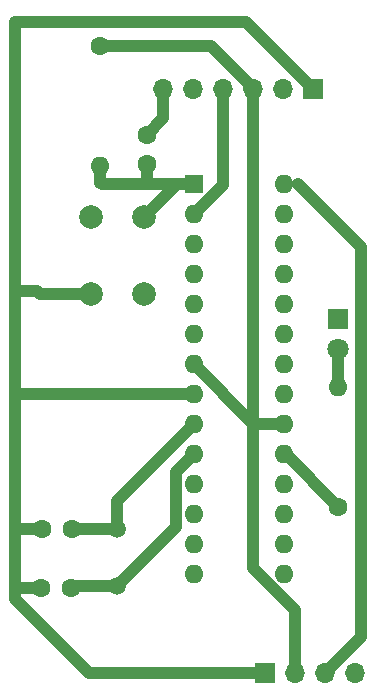
<source format=gbr>
%TF.GenerationSoftware,KiCad,Pcbnew,8.0.6-8.0.6-0~ubuntu22.04.1*%
%TF.CreationDate,2024-11-25T01:07:46+09:00*%
%TF.ProjectId,Cduino,43647569-6e6f-42e6-9b69-6361645f7063,rev?*%
%TF.SameCoordinates,Original*%
%TF.FileFunction,Copper,L1,Top*%
%TF.FilePolarity,Positive*%
%FSLAX46Y46*%
G04 Gerber Fmt 4.6, Leading zero omitted, Abs format (unit mm)*
G04 Created by KiCad (PCBNEW 8.0.6-8.0.6-0~ubuntu22.04.1) date 2024-11-25 01:07:46*
%MOMM*%
%LPD*%
G01*
G04 APERTURE LIST*
%TA.AperFunction,ComponentPad*%
%ADD10R,1.700000X1.700000*%
%TD*%
%TA.AperFunction,ComponentPad*%
%ADD11O,1.700000X1.700000*%
%TD*%
%TA.AperFunction,ComponentPad*%
%ADD12C,2.000000*%
%TD*%
%TA.AperFunction,ComponentPad*%
%ADD13C,1.600000*%
%TD*%
%TA.AperFunction,ComponentPad*%
%ADD14C,1.500000*%
%TD*%
%TA.AperFunction,ComponentPad*%
%ADD15O,1.600000X1.600000*%
%TD*%
%TA.AperFunction,ComponentPad*%
%ADD16R,1.800000X1.800000*%
%TD*%
%TA.AperFunction,ComponentPad*%
%ADD17C,1.800000*%
%TD*%
%TA.AperFunction,ComponentPad*%
%ADD18R,1.600000X1.600000*%
%TD*%
%TA.AperFunction,Conductor*%
%ADD19C,1.000000*%
%TD*%
%TA.AperFunction,Conductor*%
%ADD20C,0.200000*%
%TD*%
G04 APERTURE END LIST*
D10*
%TO.P,J1,1,Pin_1*%
%TO.N,GND*%
X140240000Y-54950000D03*
D11*
%TO.P,J1,2,Pin_2*%
%TO.N,unconnected-(J1-Pin_2-Pad2)*%
X137700000Y-54950000D03*
%TO.P,J1,3,Pin_3*%
%TO.N,VCC*%
X135160000Y-54950000D03*
%TO.P,J1,4,Pin_4*%
%TO.N,Net-(J1-Pin_4)*%
X132620000Y-54950000D03*
%TO.P,J1,5,Pin_5*%
%TO.N,Net-(J1-Pin_5)*%
X130080000Y-54950000D03*
%TO.P,J1,6,Pin_6*%
%TO.N,Net-(J1-Pin_6)*%
X127540000Y-54950000D03*
%TD*%
D12*
%TO.P,SW1,1,1*%
%TO.N,Net-(U1-~{RESET}{slash}PC6)*%
X125950000Y-65800000D03*
X125950000Y-72300000D03*
%TO.P,SW1,2,2*%
%TO.N,GND*%
X121450000Y-65800000D03*
X121450000Y-72300000D03*
%TD*%
D13*
%TO.P,C1,1*%
%TO.N,Net-(U1-~{RESET}{slash}PC6)*%
X126150000Y-61300000D03*
%TO.P,C1,2*%
%TO.N,Net-(J1-Pin_6)*%
X126150000Y-58800000D03*
%TD*%
%TO.P,C3,1*%
%TO.N,Net-(U1-XTAL1{slash}PB6)*%
X119800000Y-92200000D03*
%TO.P,C3,2*%
%TO.N,GND*%
X117300000Y-92200000D03*
%TD*%
D14*
%TO.P,Y1,1,1*%
%TO.N,Net-(U1-XTAL1{slash}PB6)*%
X123650000Y-92150000D03*
%TO.P,Y1,2,2*%
%TO.N,Net-(U1-XTAL2{slash}PB7)*%
X123650000Y-97050000D03*
%TD*%
D13*
%TO.P,R1,1*%
%TO.N,VCC*%
X122250000Y-51270000D03*
D15*
%TO.P,R1,2*%
%TO.N,Net-(U1-~{RESET}{slash}PC6)*%
X122250000Y-61430000D03*
%TD*%
D13*
%TO.P,R2,1*%
%TO.N,Net-(U1-PB5)*%
X142400000Y-90280000D03*
D15*
%TO.P,R2,2*%
%TO.N,Net-(D1-A)*%
X142400000Y-80120000D03*
%TD*%
D13*
%TO.P,C2,1*%
%TO.N,Net-(U1-XTAL2{slash}PB7)*%
X119750000Y-97200000D03*
%TO.P,C2,2*%
%TO.N,GND*%
X117250000Y-97200000D03*
%TD*%
D16*
%TO.P,D1,1,K*%
%TO.N,GND*%
X142400000Y-74425000D03*
D17*
%TO.P,D1,2,A*%
%TO.N,Net-(D1-A)*%
X142400000Y-76965000D03*
%TD*%
D18*
%TO.P,U1,1,~{RESET}/PC6*%
%TO.N,Net-(U1-~{RESET}{slash}PC6)*%
X130170000Y-63000000D03*
D15*
%TO.P,U1,2,PD0*%
%TO.N,Net-(J1-Pin_4)*%
X130170000Y-65540000D03*
%TO.P,U1,3,PD1*%
%TO.N,Net-(J1-Pin_5)*%
X130170000Y-68080000D03*
%TO.P,U1,4,PD2*%
%TO.N,unconnected-(U1-PD2-Pad4)*%
X130170000Y-70620000D03*
%TO.P,U1,5,PD3*%
%TO.N,unconnected-(U1-PD3-Pad5)*%
X130170000Y-73160000D03*
%TO.P,U1,6,PD4*%
%TO.N,unconnected-(U1-PD4-Pad6)*%
X130170000Y-75700000D03*
%TO.P,U1,7,VCC*%
%TO.N,VCC*%
X130170000Y-78240000D03*
%TO.P,U1,8,GND*%
%TO.N,GND*%
X130170000Y-80780000D03*
%TO.P,U1,9,XTAL1/PB6*%
%TO.N,Net-(U1-XTAL1{slash}PB6)*%
X130170000Y-83320000D03*
%TO.P,U1,10,XTAL2/PB7*%
%TO.N,Net-(U1-XTAL2{slash}PB7)*%
X130170000Y-85860000D03*
%TO.P,U1,11,PD5*%
%TO.N,unconnected-(U1-PD5-Pad11)*%
X130170000Y-88400000D03*
%TO.P,U1,12,PD6*%
%TO.N,unconnected-(U1-PD6-Pad12)*%
X130170000Y-90940000D03*
%TO.P,U1,13,PD7*%
%TO.N,unconnected-(U1-PD7-Pad13)*%
X130170000Y-93480000D03*
%TO.P,U1,14,PB0*%
%TO.N,unconnected-(U1-PB0-Pad14)*%
X130170000Y-96020000D03*
%TO.P,U1,15,PB1*%
%TO.N,unconnected-(U1-PB1-Pad15)*%
X137790000Y-96020000D03*
%TO.P,U1,16,PB2*%
%TO.N,unconnected-(U1-PB2-Pad16)*%
X137790000Y-93480000D03*
%TO.P,U1,17,PB3*%
%TO.N,unconnected-(U1-PB3-Pad17)*%
X137790000Y-90940000D03*
%TO.P,U1,18,PB4*%
%TO.N,unconnected-(U1-PB4-Pad18)*%
X137790000Y-88400000D03*
%TO.P,U1,19,PB5*%
%TO.N,Net-(U1-PB5)*%
X137790000Y-85860000D03*
%TO.P,U1,20,AVCC*%
%TO.N,VCC*%
X137790000Y-83320000D03*
%TO.P,U1,21,AREF*%
%TO.N,unconnected-(U1-AREF-Pad21)*%
X137790000Y-80780000D03*
%TO.P,U1,22,GND*%
%TO.N,GND*%
X137790000Y-78240000D03*
%TO.P,U1,23,PC0*%
%TO.N,unconnected-(U1-PC0-Pad23)*%
X137790000Y-75700000D03*
%TO.P,U1,24,PC1*%
%TO.N,unconnected-(U1-PC1-Pad24)*%
X137790000Y-73160000D03*
%TO.P,U1,25,PC2*%
%TO.N,unconnected-(U1-PC2-Pad25)*%
X137790000Y-70620000D03*
%TO.P,U1,26,PC3*%
%TO.N,unconnected-(U1-PC3-Pad26)*%
X137790000Y-68080000D03*
%TO.P,U1,27,PC4*%
%TO.N,Net-(J2-Pin_4)*%
X137790000Y-65540000D03*
%TO.P,U1,28,PC5*%
%TO.N,Net-(J2-Pin_3)*%
X137790000Y-63000000D03*
%TD*%
D10*
%TO.P,J2,1,Pin_1*%
%TO.N,GND*%
X136160000Y-104400000D03*
D11*
%TO.P,J2,2,Pin_2*%
%TO.N,VCC*%
X138700000Y-104400000D03*
%TO.P,J2,3,Pin_3*%
%TO.N,Net-(J2-Pin_3)*%
X141240000Y-104400000D03*
%TO.P,J2,4,Pin_4*%
%TO.N,Net-(J2-Pin_4)*%
X143780000Y-104400000D03*
%TD*%
D19*
%TO.N,Net-(U1-~{RESET}{slash}PC6)*%
X126200000Y-63000000D02*
X130170000Y-63000000D01*
X122250000Y-61430000D02*
X122250000Y-62900000D01*
X122250000Y-62900000D02*
X122350000Y-63000000D01*
X122350000Y-63000000D02*
X126200000Y-63000000D01*
X128750000Y-63000000D02*
X125950000Y-65800000D01*
X130170000Y-63000000D02*
X128750000Y-63000000D01*
X126150000Y-61300000D02*
X126150000Y-62950000D01*
X126150000Y-62950000D02*
X126200000Y-63000000D01*
%TO.N,Net-(U1-XTAL2{slash}PB7)*%
X119900000Y-97050000D02*
X119750000Y-97200000D01*
X128670000Y-87360000D02*
X128670000Y-92030000D01*
X128670000Y-92030000D02*
X123650000Y-97050000D01*
X130170000Y-85860000D02*
X128670000Y-87360000D01*
X123650000Y-97050000D02*
X119900000Y-97050000D01*
%TO.N,GND*%
X115000000Y-92200000D02*
X115000000Y-97200000D01*
X116900000Y-72050000D02*
X115000000Y-72050000D01*
X117150000Y-72300000D02*
X116900000Y-72050000D01*
X115000000Y-72050000D02*
X115000000Y-80780000D01*
X115000000Y-97200000D02*
X115000000Y-98100000D01*
X117250000Y-97200000D02*
X115000000Y-97200000D01*
D20*
X130170000Y-80780000D02*
X130220000Y-80780000D01*
D19*
X136160000Y-104400000D02*
X121300000Y-104400000D01*
X117300000Y-92200000D02*
X115000000Y-92200000D01*
X115000000Y-80780000D02*
X115000000Y-92200000D01*
X115000000Y-80780000D02*
X125630000Y-80780000D01*
X117250000Y-92250000D02*
X117300000Y-92200000D01*
X115850000Y-80780000D02*
X125630000Y-80780000D01*
X134590000Y-49300000D02*
X115000000Y-49300000D01*
X115000000Y-49300000D02*
X115000000Y-72050000D01*
X121300000Y-104400000D02*
X119700000Y-102800000D01*
X115000000Y-98100000D02*
X119700000Y-102800000D01*
X121450000Y-72300000D02*
X117150000Y-72300000D01*
X125630000Y-80780000D02*
X130170000Y-80780000D01*
X140240000Y-54950000D02*
X134590000Y-49300000D01*
%TO.N,Net-(U1-XTAL1{slash}PB6)*%
X119850000Y-92150000D02*
X119800000Y-92200000D01*
X123650000Y-89840000D02*
X123650000Y-92150000D01*
X123650000Y-92150000D02*
X119850000Y-92150000D01*
X130170000Y-83320000D02*
X123650000Y-89840000D01*
%TO.N,Net-(D1-A)*%
X142400000Y-80120000D02*
X142400000Y-76965000D01*
%TO.N,VCC*%
X135160000Y-54950000D02*
X135160000Y-83310000D01*
X135160000Y-95511321D02*
X135160000Y-83310000D01*
X135160000Y-54810000D02*
X131620000Y-51270000D01*
X138700000Y-104400000D02*
X138700000Y-99051321D01*
X132620000Y-80690000D02*
X130170000Y-78240000D01*
X131620000Y-51270000D02*
X122250000Y-51270000D01*
X135170000Y-83320000D02*
X137790000Y-83320000D01*
X138700000Y-99051321D02*
X135160000Y-95511321D01*
X132620000Y-80770000D02*
X135170000Y-83320000D01*
X135160000Y-54950000D02*
X135160000Y-54810000D01*
X135160000Y-83310000D02*
X135170000Y-83320000D01*
X132620000Y-80770000D02*
X132620000Y-80690000D01*
%TO.N,Net-(J2-Pin_3)*%
X141240000Y-104400000D02*
X144300000Y-101340000D01*
X144300000Y-101340000D02*
X144300000Y-68300000D01*
D20*
X139000000Y-63000000D02*
X137790000Y-63000000D01*
D19*
X144300000Y-68300000D02*
X139000000Y-63000000D01*
%TO.N,Net-(J1-Pin_6)*%
X127540000Y-54950000D02*
X127540000Y-57410000D01*
X127540000Y-57410000D02*
X126150000Y-58800000D01*
%TO.N,Net-(J1-Pin_4)*%
X132620000Y-54950000D02*
X132620000Y-63090000D01*
X132620000Y-63090000D02*
X130170000Y-65540000D01*
D20*
%TO.N,Net-(U1-PB5)*%
X137980000Y-85860000D02*
X137790000Y-85860000D01*
D19*
X142400000Y-90280000D02*
X137980000Y-85860000D01*
%TD*%
M02*

</source>
